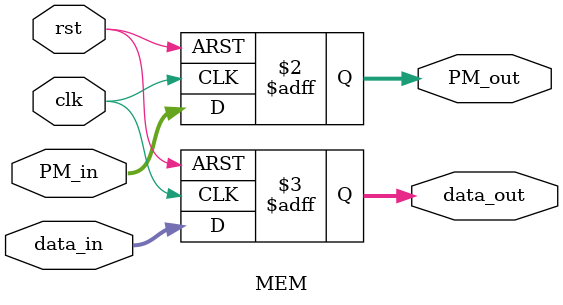
<source format=v>
module ACS_mem(rst,
			   clk,
			   self_state,
			   data_recv,
			   PM_in_1,
			   PM_in_2,
			   data_in_1,
			   data_in_2,
			   PM_out,
			   data_out);

	input rst,clk;
	input [1:0] self_state,data_recv;
	input [6:0] PM_in_1,PM_in_2;
	input [7:0] data_in_1,data_in_2;
	output [6:0] PM_out;
	output [7:0] data_out;

	wire w_select,w_dec_out;
	wire [6:0] w_PM;
	wire [7:0] w_data_out;

	ACS u_ACS(.self_state(self_state),
			  .data_recv(data_recv),
			  .PMin1(PM_in_1),
			  .PMin2(PM_in_2),
			  .PMout(w_PM),
			  .select(w_select),
			  .dec_out(w_dec_out));

	app_men u_app_mem(.dec_in(w_dec_out),
			   		  .data_in_1(data_in_1),
			   		  .data_in_2(data_in_1),
			   		  .select_in(w_select),
			   		  .data_out(w_data_out));

	MEM u_MEM(.rst(rst),
		   	  .clk(clk),
		   	  .PM_in(w_PM),
		   	  .data_in(w_data_out),
		   	  .PM_out(PM_out),
		   	  .data_out(data_out));

endmodule

module ACS(self_state,
		   data_recv,
		   PMin1,
		   PMin2,
		   PMout,
		   select,		//PMout = select ? PMin2 : PMin1;
		   dec_out);


	input [1:0] self_state,data_recv;
	input [6:0] PMin1,PMin2;
	output dec_out,select;
	output [6:0] PMout;

	reg [6:0] PM_cal_1,PM_cal_2;
	wire [1:0] ham_dist_1,ham_dist_2;
	reg [1:0] path_id_1,path_id_2;
	reg dec_out,select;


	always @(*)
	begin
		case(self_state)
			2'b00:begin
				path_id_1=2'b00;
				path_id_2=2'b11;
				dec_out=0;
			end
			2'b01:begin
				path_id_1=2'b10;
				path_id_2=2'b01;
				dec_out=0;
			end
			2'b10:begin
				path_id_1=2'b11;
				path_id_2=2'b00;
				dec_out=1;
			end
			2'b11:begin
				path_id_1=2'b01;
				path_id_2=2'b10;
				dec_out=1;
			end
		endcase
		PM_cal_1 = PMin1+ham_dist_1;
		PM_cal_2 = PMin2+ham_dist_2;
		if(PM_cal_1<PM_cal_2) begin
			select = 0;
		end
		else if(PM_cal_1>PM_cal_2) begin
			select = 1;
		end
		else begin
			if(ham_dist_1<ham_dist_2) begin
				select = 0;
			end
			else begin
				select = 1;
			end
		end
	end

	assign PMout = select ? PMin2 : PMin1;

	ham_compute u_ham_com_1(.data_recv(data_recv),.path_id(path_id_1),.ham_dist(ham_dist_1));
	ham_compute u_ham_com_2(.data_recv(data_recv),.path_id(path_id_2),.ham_dist(ham_dist_2));

endmodule

module app_men(dec_in,
			   data_in_1,
			   data_in_2,
			   select_in,
			   data_out);

	input dec_in,select_in;
	input [7:0] data_in_1,data_in_2;
	output [7:0] data_out;

	reg [7:0] data_append;

	always @(*) begin
		if (select_in == 0) begin
			data_append[7] = data_in_1[6];
			data_append[6] = data_in_1[5];
			data_append[5] = data_in_1[4];
			data_append[4] = data_in_1[3];
			data_append[3] = data_in_1[2];
			data_append[2] = data_in_1[1];
			data_append[1] = data_in_1[0];
		end
		else begin
			data_append[7] = data_in_2[6];
			data_append[6] = data_in_2[5];
			data_append[5] = data_in_2[4];
			data_append[4] = data_in_2[3];
			data_append[3] = data_in_2[2];
			data_append[2] = data_in_2[1];
			data_append[1] = data_in_2[0];
		end
		data_append[0] = dec_in;
	end

endmodule

module MEM(rst,
		   clk,
		   PM_in,
		   data_in,
		   PM_out,
		   data_out);

	input clk,rst;
	input [6:0] PM_in;
	input [7:0] data_in;
	output [6:0] PM_out;
	output [7:0] data_out;

	reg [6:0] PM_out;
	reg [7:0] data_out;

	always @(posedge clk or posedge rst) begin
		if (rst) begin
			// reset
			PM_out <= 7'b0;
			data_out <= 8'b0;
		end
		else
		begin
			PM_out <= PM_in;
			data_out <= data_in;
		end
	end

endmodule
</source>
